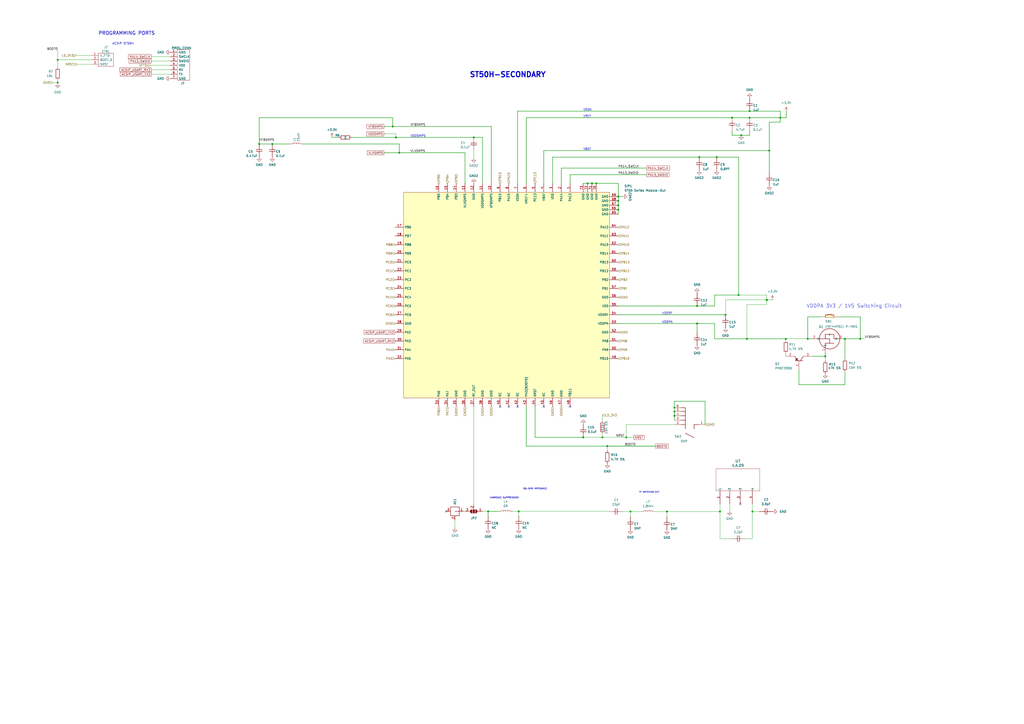
<source format=kicad_sch>
(kicad_sch (version 20231120) (generator "eeschema") (generator_version "8.0")
  (paper "A2")
  (title_block (title "PWX-Schematic_Repo") (date "2024-10-04") (rev "0") (company "Packetworx") (comment 1 "J.Javier"))
  (junction (at 283.1846 296.6494))
  (junction (at 499.0231 196.533))
  (junction (at 274.814 79.7153))
  (junction (at 358.634 121.6253))
  (junction (at 436.4614 296.7337))
  (junction (at 404.354 177.5053))
  (junction (at 446.264 87.3353))
  (junction (at 227.824 73.3653))
  (junction (at 340.854 106.3853))
  (junction (at 231.634 88.6053))
  (junction (at 434.834 64.4753))
  (junction (at 417.6654 296.7238))
  (junction (at 33.4592 34.7314))
  (junction (at 478.7031 206.693))
  (junction (at 300.9095 296.6739))
  (junction (at 468.5431 196.533))
  (junction (at 229.6451 79.7153))
  (junction (at 444.8271 173.9662))
  (junction (at 365.7182 296.729))
  (junction (at 391.2072 238.6412))
  (junction (at 345.934 106.3853))
  (junction (at 490.1331 196.533))
  (junction (at 433.2852 196.5553))
  (junction (at 444.837 173.9662))
  (junction (at 386.8787 296.7238))
  (junction (at 352.284 258.7853))
  (junction (at 429.9702 78.4453))
  (junction (at 358.634 119.0853))
  (junction (at 420.864 182.5853))
  (junction (at 349.4483 253.7053))
  (junction (at 455.8431 196.5553))
  (junction (at 391.2072 236.4809))
  (junction (at 358.634 116.5453))
  (junction (at 343.394 106.3853))
  (junction (at 157.974 83.5253))
  (junction (at 415.784 91.1453))
  (junction (at 452.614 68.2853))
  (junction (at 428.484 171.1553))
  (junction (at 358.634 114.0053))
  (junction (at 434.834 68.2853))
  (junction (at 338.314 253.7053))
  (junction (at 391.2072 241.1812))
  (junction (at 424.674 68.2853))
  (junction (at 363.2775 253.7176))
  (junction (at 150.354 83.5253))
  (junction (at 404.354 187.6653))
  (junction (at 405.624 91.1453))
  (junction (at 33.4592 47.8873))
  (no_connect (at 290.054 235.9253))
  (no_connect (at 315.454 235.9253))
  (no_connect (at 330.694 235.9253))
  (no_connect (at 295.134 235.9253))
  (no_connect (at 300.214 235.9253))
  (no_connect (at 429.451 292.3184))
  (no_connect (at 258.8221 296.6302))
  (wire (pts (xy 358.634 106.3853) (xy 358.634 114.0053)) (stroke (width 0.254)))
  (wire (pts (xy 349.4483 244.0938) (xy 349.4483 240.8336)))
  (wire (pts (xy 420.864 173.9662) (xy 444.8271 173.9662)))
  (wire (pts (xy 476.1631 183.833) (xy 468.5431 183.833)) (stroke (width 0.254)))
  (wire (pts (xy 349.4483 253.7176) (xy 363.2775 253.7176)))
  (wire (pts (xy 444.837 176.6626) (xy 433.2852 176.6626)))
  (wire (pts (xy 229.6451 77.6527) (xy 229.6451 79.7153)))
  (wire (pts (xy 420.864 182.5853) (xy 420.864 173.9662)))
  (wire (pts (xy 424.674 68.2853) (xy 434.834 68.2853)) (stroke (width 0.254)))
  (wire (pts (xy 452.614 70.8253) (xy 446.264 70.8253)) (stroke (width 0.254)))
  (wire (pts (xy 269.734 296.6283) (xy 268.9821 296.6283)))
  (wire (pts (xy 446.264 87.3353) (xy 315.454 87.3353)) (stroke (width 0.254)))
  (wire (pts (xy 391.2072 236.4031) (xy 391.2072 236.4809)))
  (wire (pts (xy 499.0231 196.533) (xy 490.1331 196.533)) (stroke (width 0.254)))
  (wire (pts (xy 30.4546 47.8873) (xy 33.4592 47.8873)))
  (wire (pts (xy 423.2534 296.3956) (xy 423.2195 296.3956)))
  (wire (pts (xy 320.534 106.3853) (xy 320.534 91.1453)) (stroke (width 0.254)))
  (wire (pts (xy 340.854 106.3853) (xy 343.394 106.3853)) (stroke (width 0.254)))
  (wire (pts (xy 446.264 87.3353) (xy 446.264 100.0353)) (stroke (width 0.254)))
  (wire (pts (xy 305.294 68.2853) (xy 424.674 68.2853)) (stroke (width 0.254)))
  (wire (pts (xy 325.614 97.4953) (xy 325.614 106.3853)) (stroke (width 0.254)))
  (wire (pts (xy 53.139 34.7314) (xy 33.4592 34.7314)))
  (wire (pts (xy 499.0231 196.533) (xy 501.5631 196.533)))
  (wire (pts (xy 297.0995 296.6494) (xy 300.9095 296.6494)))
  (wire (pts (xy 468.5431 183.833) (xy 468.5431 196.533)) (stroke (width 0.254)))
  (wire (pts (xy 358.634 114.0053) (xy 361.174 114.0053)) (stroke (width 0.254)))
  (wire (pts (xy 386.8787 296.7238) (xy 417.6654 296.7238)))
  (wire (pts (xy 175.754 83.5253) (xy 231.634 83.5253)) (stroke (width 0.254)))
  (wire (pts (xy 87.7661 43.0252) (xy 98.8607 43.0252)))
  (wire (pts (xy 452.614 64.4753) (xy 452.614 68.2853)) (stroke (width 0.254)))
  (wire (pts (xy 284.974 73.3653) (xy 227.824 73.3653)) (stroke (width 0.254)))
  (wire (pts (xy 192.5727 79.7153) (xy 196.5054 79.7153)) (stroke (width 0.254)))
  (wire (pts (xy 268.9821 296.6283) (xy 268.9821 296.6302)))
  (wire (pts (xy 274.814 91.6632) (xy 274.814 87.3353)))
  (wire (pts (xy 414.514 187.6653) (xy 414.514 196.5553)) (stroke (width 0.254)))
  (wire (pts (xy 349.4483 253.7176) (xy 349.4483 253.7053)))
  (wire (pts (xy 345.934 106.3853) (xy 358.634 106.3853)) (stroke (width 0.254)))
  (wire (pts (xy 490.1331 223.203) (xy 463.4631 223.203)) (stroke (width 0.254)))
  (wire (pts (xy 404.354 187.6653) (xy 414.514 187.6653)) (stroke (width 0.254)))
  (wire (pts (xy 229.6451 79.7153) (xy 274.814 79.7153)) (stroke (width 0.254)))
  (wire (pts (xy 349.4483 240.8336) (xy 349.5098 240.8336)))
  (wire (pts (xy 300.214 106.3853) (xy 300.214 64.4753)) (stroke (width 0.254)))
  (wire (pts (xy 358.634 187.6653) (xy 404.354 187.6653)) (stroke (width 0.254)))
  (wire (pts (xy 338.314 253.7053) (xy 349.4483 253.7053)))
  (wire (pts (xy 414.514 196.5553) (xy 433.2852 196.5553)) (stroke (width 0.254)))
  (wire (pts (xy 358.634 114.0053) (xy 358.634 116.5453)) (stroke (width 0.254)))
  (wire (pts (xy 468.5431 196.533) (xy 455.8431 196.533)))
  (wire (pts (xy 330.694 101.3053) (xy 330.694 106.3853)) (stroke (width 0.254)))
  (wire (pts (xy 222.7265 77.6527) (xy 229.6451 77.6527)))
  (wire (pts (xy 436.4614 312.4779) (xy 432.0923 312.4779)))
  (wire (pts (xy 343.394 106.3853) (xy 345.934 106.3853)) (stroke (width 0.254)))
  (wire (pts (xy 163.054 83.5253) (xy 168.134 83.5253)) (stroke (width 0.25)))
  (wire (pts (xy 33.4592 29.379) (xy 33.4592 34.7314)))
  (wire (pts (xy 391.2072 246.2612) (xy 363.2775 246.2612)))
  (wire (pts (xy 391.2072 236.4809) (xy 391.2072 238.6412)))
  (wire (pts (xy 423.2534 292.2422) (xy 423.2534 296.3956)))
  (wire (pts (xy 53.139 32.1914) (xy 44.1904 32.1914)))
  (wire (pts (xy 424.674 75.9053) (xy 424.674 78.4453)) (stroke (width 0.254)))
  (wire (pts (xy 468.6186 196.533) (xy 468.5431 196.533)))
  (wire (pts (xy 227.824 68.2853) (xy 227.824 73.3653)) (stroke (width 0.254)))
  (wire (pts (xy 33.4592 47.8873) (xy 33.4592 48.3966)))
  (wire (pts (xy 444.837 176.6626) (xy 444.837 173.9662)))
  (wire (pts (xy 434.834 68.2853) (xy 452.614 68.2853)) (stroke (width 0.254)))
  (wire (pts (xy 283.1295 296.6494) (xy 283.1846 296.6494)) (stroke (width 0.254)))
  (wire (pts (xy 446.264 70.8253) (xy 446.264 87.3353)) (stroke (width 0.254)))
  (wire (pts (xy 300.9095 296.6494) (xy 300.9095 296.6739)))
  (wire (pts (xy 415.784 91.1453) (xy 428.484 91.1453)) (stroke (width 0.254)))
  (wire (pts (xy 434.834 78.4453) (xy 434.834 75.9053)) (stroke (width 0.254)))
  (wire (pts (xy 352.284 258.7853) (xy 380.224 258.7853)))
  (wire (pts (xy 424.674 78.4453) (xy 429.9702 78.4453)) (stroke (width 0.254)))
  (wire (pts (xy 358.634 116.5453) (xy 358.634 119.0853)) (stroke (width 0.254)))
  (wire (pts (xy 279.894 106.3853) (xy 279.894 79.7153)) (stroke (width 0.254)))
  (wire (pts (xy 433.2852 196.5553) (xy 455.8431 196.5553)) (stroke (width 0.254)))
  (wire (pts (xy 286.9395 296.6494) (xy 289.4795 296.6494)) (stroke (width 0.25)))
  (wire (pts (xy 269.734 106.3853) (xy 269.734 88.6053)) (stroke (width 0.254)))
  (wire (pts (xy 338.314 253.7053) (xy 310.374 253.7053)) (stroke (width 0.254)))
  (wire (pts (xy 417.6654 296.7238) (xy 417.6654 292.2676)))
  (wire (pts (xy 274.814 235.9253) (xy 274.814 292.8183)))
  (wire (pts (xy 408.9872 232.7329) (xy 408.9872 246.2612)) (stroke (width 0.254)))
  (wire (pts (xy 320.534 91.1453) (xy 405.624 91.1453)) (stroke (width 0.254)))
  (wire (pts (xy 300.9095 296.6739) (xy 300.9095 299.1894)))
  (wire (pts (xy 417.6654 312.4779) (xy 424.4723 312.4779)))
  (wire (pts (xy 363.2775 253.7176) (xy 367.6177 253.7176)))
  (wire (pts (xy 33.4592 46.5791) (xy 33.4592 47.8873)))
  (wire (pts (xy 279.894 79.7153) (xy 274.814 79.7153)) (stroke (width 0.254)))
  (wire (pts (xy 284.974 106.3853) (xy 284.974 73.3653)) (stroke (width 0.254)))
  (wire (pts (xy 87.7537 40.4852) (xy 98.8607 40.4852)))
  (wire (pts (xy 428.484 91.1453) (xy 428.484 171.1553)) (stroke (width 0.254)))
  (wire (pts (xy 404.354 177.5053) (xy 414.514 177.5053)) (stroke (width 0.254)))
  (wire (pts (xy 358.634 177.5053) (xy 404.354 177.5053)) (stroke (width 0.254)))
  (wire (pts (xy 352.284 261.3253) (xy 352.284 258.7853)))
  (wire (pts (xy 204.1254 79.7153) (xy 229.6451 79.7153)) (stroke (width 0.254)))
  (wire (pts (xy 305.294 235.9253) (xy 305.294 258.7853)) (stroke (width 0.254)))
  (wire (pts (xy 157.974 83.5253) (xy 150.354 83.5253)) (stroke (width 0.254)))
  (wire (pts (xy 444.8271 171.1553) (xy 444.8271 173.9662)))
  (wire (pts (xy 414.514 177.5053) (xy 414.514 171.1553)) (stroke (width 0.254)))
  (wire (pts (xy 375.144 101.3053) (xy 330.694 101.3053)) (stroke (width 0.254)))
  (wire (pts (xy 391.2072 236.4809) (xy 391.1718 236.4809)) (stroke (width 0.254)))
  (wire (pts (xy 263.9021 306.2902) (xy 263.9021 301.7102)))
  (wire (pts (xy 231.634 83.5253) (xy 231.634 88.6053)) (stroke (width 0.254)))
  (wire (pts (xy 452.614 68.2853) (xy 456.0918 68.2853)) (stroke (width 0.254)))
  (wire (pts (xy 379.6703 296.7238) (xy 386.8787 296.7238)))
  (wire (pts (xy 429.9702 78.4453) (xy 434.834 78.4453)) (stroke (width 0.254)))
  (wire (pts (xy 463.4631 223.203) (xy 463.4631 214.313)) (stroke (width 0.254)))
  (wire (pts (xy 372.0503 296.729) (xy 372.0503 296.7238)))
  (wire (pts (xy 53.139 37.2714) (xy 44.2264 37.2714)))
  (wire (pts (xy 456.0918 68.2853) (xy 456.0918 64.6122)) (stroke (width 0.254)))
  (wire (pts (xy 150.354 68.2853) (xy 227.824 68.2853)) (stroke (width 0.254)))
  (wire (pts (xy 349.4483 251.7138) (xy 349.4483 253.7053)))
  (wire (pts (xy 310.374 253.7053) (xy 310.374 235.9253)) (stroke (width 0.254)))
  (wire (pts (xy 87.7619 32.8652) (xy 98.8607 32.8652)))
  (wire (pts (xy 283.1295 299.1894) (xy 283.1295 296.6494)) (stroke (width 0.254)))
  (wire (pts (xy 33.4592 34.7314) (xy 33.4592 38.9591)))
  (wire (pts (xy 433.2852 176.6626) (xy 433.2852 196.5553)))
  (wire (pts (xy 414.514 171.1553) (xy 428.484 171.1553)) (stroke (width 0.254)))
  (wire (pts (xy 300.214 64.4753) (xy 434.834 64.4753)) (stroke (width 0.254)))
  (wire (pts (xy 300.9095 296.6739) (xy 353.6276 296.6739)))
  (wire (pts (xy 490.1331 196.533) (xy 490.1331 208.1218)) (stroke (width 0.254)))
  (wire (pts (xy 436.4614 292.2422) (xy 436.4614 296.7337)))
  (wire (pts (xy 363.2775 246.2612) (xy 363.2775 253.7176)))
  (wire (pts (xy 386.8787 296.7238) (xy 386.8787 299.7838)))
  (wire (pts (xy 499.0231 183.833) (xy 499.0231 196.533)) (stroke (width 0.254)))
  (wire (pts (xy 478.7031 206.693) (xy 478.7031 204.153)) (stroke (width 0.254)))
  (wire (pts (xy 444.8271 173.9662) (xy 444.837 173.9662)))
  (wire (pts (xy 358.634 121.6253) (xy 358.634 124.1653)) (stroke (width 0.254)))
  (wire (pts (xy 365.7182 296.729) (xy 372.0503 296.729)))
  (wire (pts (xy 361.2476 296.729) (xy 365.7182 296.729)))
  (wire (pts (xy 353.6276 296.6739) (xy 353.6276 296.729)))
  (wire (pts (xy 455.8431 196.533) (xy 455.8431 196.5553)))
  (wire (pts (xy 375.144 97.4953) (xy 325.614 97.4953)) (stroke (width 0.254)))
  (wire (pts (xy 358.634 119.0853) (xy 358.634 121.6253)) (stroke (width 0.254)))
  (wire (pts (xy 315.454 87.3353) (xy 315.454 106.3853)) (stroke (width 0.254)))
  (wire (pts (xy 486.3231 183.833) (xy 499.0231 183.833)) (stroke (width 0.254)))
  (wire (pts (xy 455.8431 196.5553) (xy 455.8431 196.533)) (stroke (width 0.254)))
  (wire (pts (xy 231.634 88.6053) (xy 222.744 88.6053)) (stroke (width 0.254)))
  (wire (pts (xy 436.4614 296.7337) (xy 440.5715 296.7337)))
  (wire (pts (xy 269.734 88.6053) (xy 231.634 88.6053)) (stroke (width 0.254)))
  (wire (pts (xy 490.1331 215.7418) (xy 490.1331 223.203)) (stroke (width 0.254)))
  (wire (pts (xy 452.614 68.2853) (xy 452.614 70.8253)) (stroke (width 0.254)))
  (wire (pts (xy 391.2072 232.7329) (xy 391.2072 236.4809)) (stroke (width 0.254)))
  (wire (pts (xy 455.8431 205.0576) (xy 455.8431 206.693)))
  (wire (pts (xy 436.4614 296.7337) (xy 436.4614 312.4779)))
  (wire (pts (xy 283.1846 296.6494) (xy 286.9395 296.6494)) (stroke (width 0.254)))
  (wire (pts (xy 365.7182 299.6037) (xy 365.7182 296.729)))
  (wire (pts (xy 87.7438 35.4052) (xy 98.8607 35.4052)))
  (wire (pts (xy 358.634 182.5853) (xy 420.864 182.5853)) (stroke (width 0.254)))
  (wire (pts (xy 33.4592 29.379) (xy 33.5069 29.379)))
  (wire (pts (xy 490.1331 196.533) (xy 488.8631 196.533)) (stroke (width 0.254)))
  (wire (pts (xy 163.054 83.5253) (xy 157.974 83.5253)) (stroke (width 0.254)))
  (wire (pts (xy 338.314 106.3853) (xy 340.854 106.3853)) (stroke (width 0.254)))
  (wire (pts (xy 227.824 73.3653) (xy 222.744 73.3653)) (stroke (width 0.254)))
  (wire (pts (xy 455.8431 196.5553) (xy 455.8431 197.4376)))
  (wire (pts (xy 305.294 106.3853) (xy 305.294 68.2853)) (stroke (width 0.254)))
  (wire (pts (xy 87.2953 37.9452) (xy 98.8607 37.9452)))
  (wire (pts (xy 305.294 258.7853) (xy 352.284 258.7853)) (stroke (width 0.254)))
  (wire (pts (xy 428.484 171.1553) (xy 444.8271 171.1553)))
  (wire (pts (xy 408.9872 232.7329) (xy 391.2072 232.7329)) (stroke (width 0.254)))
  (wire (pts (xy 478.7031 206.693) (xy 478.7031 209.233)))
  (wire (pts (xy 391.2072 243.7212) (xy 391.2072 241.1812)) (stroke (width 0.254)))
  (wire (pts (xy 434.834 64.4753) (xy 452.614 64.4753)) (stroke (width 0.254)))
  (wire (pts (xy 150.354 83.5253) (xy 150.354 68.2853)) (stroke (width 0.254)))
  (wire (pts (xy 279.894 296.6283) (xy 283.1846 296.6283)))
  (wire (pts (xy 417.6654 296.7238) (xy 417.6654 312.4779)))
  (wire (pts (xy 448.1073 173.9662) (xy 448.1073 174.0035)))
  (wire (pts (xy 283.1846 296.6283) (xy 283.1846 296.6494)))
  (wire (pts (xy 468.5431 196.533) (xy 471.0831 196.533)) (stroke (width 0.254)))
  (wire (pts (xy 444.837 173.9662) (xy 448.1073 173.9662)))
  (wire (pts (xy 405.624 91.1453) (xy 415.784 91.1453)) (stroke (width 0.254)))
  (wire (pts (xy 352.284 258.7853) (xy 380.224 258.7853)) (stroke (width 0.254)))
  (wire (pts (xy 471.0831 206.693) (xy 478.7031 206.693)) (stroke (width 0.254)))
  (wire (pts (xy 391.2072 241.1812) (xy 391.2072 238.6412)) (stroke (width 0.254)))
  (wire (pts (xy 404.354 187.6653) (xy 404.354 192.7453)) (stroke (width 0.254)))
  (text "ST50H-SECONDARY" (at 272.3071 45.1695 0) (effects (font (size 3 3) (bold yes)) (justify left bottom)))
  (text "VDDRF" (at 384.034 182.5853 0) (effects (font (size 1.27 1.27)) (justify left bottom)))
  (text "VBAT" (at 338.314 87.3353 0) (effects (font (size 1.27 1.27)) (justify left bottom)))
  (text "ACSIP ST50H" (at 65.0968 26.1124 0) (effects (font (size 1.27 1.27)) (justify left bottom)))
  (text "VDDPA 3V3 / 1V5 Switching Circuit" (at 467.9135 178.8157 0) (effects (font (size 2.032 2.032)) (justify left bottom)))
  (text "VDDSMPS" (at 237.984 79.7153 0) (effects (font (size 1.27 1.27)) (justify left bottom)))
  (text "VDDA" (at 338.314 64.4753 0) (effects (font (size 1.27 1.27)) (justify left bottom)))
  (text "PROGRAMMING PORTS" (at 89.8644 20.5544 0) (effects (font (size 2 2) (thickness 0.254) (bold yes)) (justify right bottom)))
  (text "50-OHM IMPEDANCE" (at 317.483 284.1259 0) (effects (font (size 0.889 0.889)) (justify right bottom)))
  (text "VDDPA" (at 384.034 187.6653 0) (effects (font (size 1.27 1.27)) (justify left bottom)))
  (text "VREF" (at 338.314 68.2853 0) (effects (font (size 1.27 1.27)) (justify left bottom)))
  (text "HARMONIC SUPPRESSION" (at 300.9997 289.3566 0) (effects (font (size 0.889 0.889)) (justify right bottom)))
  (text "PI MATCHING CKT" (at 382.5691 286.1067 0) (effects (font (size 0.889 0.889)) (justify right bottom)))
  (label "BOOT0" (at 33.5069 29.379 180))
  (label "VLXSMPS" (at 237.984 88.6053 0))
  (label "VFBSMPS" (at 150.354 82.1657 0))
  (label "BOOT0" (at 362.444 258.7853 0))
  (label "PA14_SWCLK" (at 358.634 97.4953 0))
  (label "VFBSMPS" (at 237.984 73.3653 0))
  (label "PA13_SWDIO" (at 358.634 101.3053 0))
  (label "NRST" (at 357.2613 253.7176 0))
  (label "VFBSMPS" (at 501.5631 196.533 0))
  (global_label "PA13_SWDIO" (shape passive) (at 87.7438 35.4052 180) (property "Intersheetrefs" "${INTERSHEET_REFS}" (effects (hide yes))))
  (global_label "ACSIP_USART_RX2" (shape passive) (at 229.094 197.8253 180) (property "Intersheetrefs" "${INTERSHEET_REFS}" (effects (hide yes))))
  (global_label "BOOT0" (shape passive) (at 380.224 258.7853 0) (property "Intersheetrefs" "${INTERSHEET_REFS}" (effects (hide yes))))
  (global_label "VDDSMPS" (shape passive) (at 222.7265 77.6527 180) (property "Intersheetrefs" "${INTERSHEET_REFS}" (effects (hide yes))))
  (global_label "PA13_SWDIO" (shape passive) (at 375.144 101.3053 0) (property "Intersheetrefs" "${INTERSHEET_REFS}" (effects (hide yes))))
  (global_label "NRST" (shape passive) (at 367.6177 253.7176 0) (property "Intersheetrefs" "${INTERSHEET_REFS}" (effects (hide yes))))
  (global_label "ACSIP_USART_TX2" (shape passive) (at 87.7661 43.0252 180) (property "Intersheetrefs" "${INTERSHEET_REFS}" (effects (hide yes))))
  (global_label "ACSIP_USART_RX2" (shape passive) (at 87.7537 40.4852 180) (property "Intersheetrefs" "${INTERSHEET_REFS}" (effects (hide yes))))
  (global_label "ACSIP_USART_TX2" (shape passive) (at 229.094 192.7453 180) (property "Intersheetrefs" "${INTERSHEET_REFS}" (effects (hide yes))))
  (global_label "PA14_SWCLK" (shape passive) (at 375.144 97.4953 0) (property "Intersheetrefs" "${INTERSHEET_REFS}" (effects (hide yes))))
  (global_label "PA14_SWCLK" (shape passive) (at 87.7619 32.8652 180) (property "Intersheetrefs" "${INTERSHEET_REFS}" (effects (hide yes))))
  (global_label "VLXSMPS" (shape passive) (at 222.744 88.6053 180) (property "Intersheetrefs" "${INTERSHEET_REFS}" (effects (hide yes))))
  (global_label "VFBSMPS" (shape passive) (at 222.744 73.3653 180) (property "Intersheetrefs" "${INTERSHEET_REFS}" (effects (hide yes))))
  (hierarchical_label "PB8" (shape input) (at 229.094 141.9453 180))
  (hierarchical_label "PB14" (shape input) (at 358.634 147.0253 0))
  (hierarchical_label "NRST" (shape passive) (at 44.2264 37.2714 180))
  (hierarchical_label "PA11" (shape input) (at 358.634 136.8653 0))
  (hierarchical_label "PC0" (shape input) (at 229.094 152.1053 180))
  (hierarchical_label "PB15" (shape input) (at 290.054 106.3853 90))
  (hierarchical_label "PA4" (shape input) (at 229.094 202.9053 180))
  (hierarchical_label "PC6" (shape input) (at 229.094 182.5853 180))
  (hierarchical_label "PA10" (shape input) (at 358.634 141.9453 0))
  (hierarchical_label "PA5" (shape input) (at 229.094 207.9853 180))
  (hierarchical_label "PA6" (shape input) (at 254.494 235.9253 270))
  (hierarchical_label "VFTDI" (shape input) (at 87.2953 37.9452 180))
  (hierarchical_label "GND" (shape input) (at 30.4546 47.8873 180))
  (hierarchical_label "GND" (shape input) (at 279.894 235.9253 270))
  (hierarchical_label "PC4" (shape input) (at 229.094 172.4253 180))
  (hierarchical_label "GND" (shape input) (at 408.9872 246.2612 0))
  (hierarchical_label "GND" (shape input) (at 358.634 172.4253 0))
  (hierarchical_label "PB13" (shape input) (at 358.634 152.1053 0))
  (hierarchical_label "PC1" (shape input) (at 229.094 157.1853 180))
  (hierarchical_label "PC3" (shape input) (at 229.094 167.3453 180))
  (hierarchical_label "PB9" (shape input) (at 229.094 147.0253 180))
  (hierarchical_label "PB12" (shape input) (at 358.634 157.1853 0))
  (hierarchical_label "PA7" (shape input) (at 259.574 235.9253 270))
  (hierarchical_label "GND" (shape input) (at 264.654 235.9253 270))
  (hierarchical_label "PB1" (shape input) (at 358.634 167.3453 0))
  (hierarchical_label "GND" (shape input) (at 269.734 235.9253 270))
  (hierarchical_label "PC5" (shape input) (at 229.094 177.5053 180))
  (hierarchical_label "PA8" (shape input) (at 358.634 197.8253 0))
  (hierarchical_label "GND" (shape input) (at 320.534 235.9253 270))
  (hierarchical_label "PB10" (shape input) (at 358.634 207.9853 0))
  (hierarchical_label "PB2" (shape input) (at 358.634 162.2653 0))
  (hierarchical_label "PC13" (shape input) (at 310.374 106.3853 90))
  (hierarchical_label "PB4" (shape input) (at 259.574 106.3853 90))
  (hierarchical_label "PB3" (shape input) (at 264.654 106.3853 90))
  (hierarchical_label "PA12" (shape input) (at 358.634 131.7853 0))
  (hierarchical_label "GND" (shape input) (at 325.614 235.9253 270))
  (hierarchical_label "LD_3V3" (shape input) (at 44.1904 32.1914 180))
  (hierarchical_label "PB5" (shape input) (at 254.494 106.3853 90))
  (hierarchical_label "PC2" (shape input) (at 229.094 162.2653 180))
  (hierarchical_label "PA9" (shape input) (at 358.634 202.9053 0))
  (hierarchical_label "GND" (shape input) (at 229.094 187.6653 180))
  (hierarchical_label "GND" (shape input) (at 284.974 235.9253 270))
  (hierarchical_label "PA15" (shape input) (at 295.134 106.3853 90))
  (hierarchical_label "GND" (shape input) (at 358.634 192.7453 0))
  (hierarchical_label "LD_3V3" (shape input) (at 349.5098 240.8336 0))
  (symbol (lib_id "EK-ST50_SCH_V03-01-altium-import:1_mirrored_P-Channel-MOS") (at 478.7031 201.613 0) (unit 1)
    (property "Reference" "Q1" (at 474.8931 190.183 0) (effects (justify left bottom)))
    (property "Value" "EMF44P02J P-MOS" (at 478.7031 190.183 0) (effects (justify left bottom)))
    (property "Footprint" "Package_TO_SOT_SMD:SOT-23" (effects (hide yes)))
    (property "Datasheet" "https://www.diodes.com/assets/Datasheets/ds31440.pdf" (effects (hide yes)))
    (property "Manufacturer_Name" "Diodes Incorporated" (effects (hide yes)))
    (property "Manufacturer_Part_Number" "DMP2123L-7" (effects (hide yes)))
    (property "Price" "23.47000" (effects (hide yes)))
    (property "Purchase-URL" "https://www.digikey.ph/en/products/detail/diodes-incorporated/DMP2123L-7/1964692" (effects (hide yes)))
    (property "LCSC" "C127273" (effects (hide yes)))
    (instances (project "ST50H-Breakout-Board" (path "" (reference "Q1") (unit 1))) (project "PWX-Schematic Repo" (path "" (reference "Q?") (unit 1))) (project "packetRFMS" (path "" (reference "Q2") (unit 1))))
  )
  (symbol (lib_id "Device:R") (at 200.3154 79.7153 90) (unit 1)
    (property "Reference" "R6" (at 195.8061 78.5124 90))
    (property "Value" "0" (at 200.3377 79.8551 90))
    (property "Footprint" "Resistor_SMD:R_0603_1608Metric" (effects (hide yes)))
    (property "Datasheet" "https://www.seielect.com/Catalog/SEI-RMCF_RMCP.pdf" (effects (hide yes)))
    (property "Manufacturer_Name" "Stackpole Electronics Inc" (effects (hide yes)))
    (property "Manufacturer_Part_Number" "RMCF0603ZT0R00" (effects (hide yes)))
    (property "Price" "5.46000" (effects (hide yes)))
    (property "Purchase-URL" "https://www.digikey.ph/en/products/detail/stackpole-electronics-inc/RMCF0603ZT0R00/1756908" (effects (hide yes)))
    (property "LCSC" "C21189" (effects (hide yes)))
    (instances (project "ST50H-Breakout-Board" (path "" (reference "R6") (unit 1))) (project "PWX-Schematic Repo" (path "" (reference "R?") (unit 1))) (project "packetRFMS" (path "" (reference "R72") (unit 1))))
  )
  (symbol (lib_id "power:+3.3V") (at 448.1073 174.0035 0) (unit 1)
    (property "Reference" "#PWR037" (effects (hide yes)))
    (property "Value" "+3.3V" (at 448.1073 169.0259 0))
    (property "Description" "Power symbol creates a global label with name \"+3.3V\"" (effects (hide yes)))
  )
  (symbol (lib_id "EK-ST50_SCH_V03-01-altium-import:3_CAP") (at 434.834 56.8553 0) (unit 1)
    (property "Reference" "C1" (at 436.866 61.9353 0) (effects (justify left bottom)))
    (property "Value" "1uF" (at 436.866 64.4753 0) (effects (justify left bottom)))
    (property "Footprint" "Packetworx Footprints:100nF_0603" (effects (hide yes)))
    (property "Datasheet" "https://product.tdk.com/en/system/files?file=dam/doc/product/capacitor/ceramic/mlcc/specification/mlccspec_commercial_lowprofile_en.pdf" (effects (hide yes)))
    (property "Manufacturer_Name" "TDK Corporation" (effects (hide yes)))
    (property "Manufacturer_Part_Number" "CGB3B3JB1C105M055AB" (effects (hide yes)))
    (property "Price" "9.82000" (effects (hide yes)))
    (property "Purchase-URL" "https://www.digikey.ph/en/products/detail/tdk-corporation/CGB3B3JB1C105M055AB/3950471" (effects (hide yes)))
    (property "LCSC" "C1592" (effects (hide yes)))
    (instances (project "ST50H-Breakout-Board" (path "" (reference "C1") (unit 1))) (project "ST50H-Mini-Board" (path "" (reference "C1") (unit 1))) (project "PWX-Schematic Repo" (path "" (reference "C?") (unit 1))) (project "packetRFMS" (path "" (reference "C80") (unit 1))))
  )
  (symbol (lib_id "Device:L") (at 293.2895 296.6494 90) (unit 1)
    (property "Reference" "L4" (at 293.2895 290.9856 90))
    (property "Value" "0R" (at 293.2895 293.5256 90))
    (property "Footprint" "Inductor_SMD:L_0402_1005Metric" (effects (hide yes)))
    (property "Datasheet" "https://search.murata.co.jp/Ceramy/image/img/P02/JELF243B-0002.pdf" (effects (hide yes)))
    (property "Manufacturer_Name" "Murata Electronics" (effects (hide yes)))
    (property "Manufacturer_Part_Number" "LQW15AN8N2G00D" (effects (hide yes)))
    (property "Price" "11.46000" (effects (hide yes)))
    (property "Purchase-URL" "https://www.digikey.ph/en/products/detail/murata-electronics/LQG18HN12NJ00D/2594255" (effects (hide yes)))
    (instances (project "ST50H-Breakout-Board" (path "" (reference "L4") (unit 1))) (project "ST50H-Mini-Board" (path "" (reference "L4") (unit 1))) (project "PWX-Schematic Repo" (path "" (reference "L?") (unit 1))) (project "packetRFMS" (path "" (reference "L6") (unit 1))))
  )
  (symbol (lib_id "Device:L") (at 375.8603 296.7238 90) (unit 1)
    (property "Reference" "L?" (at 375.8603 291.06 90))
    (property "Value" "1.8mH" (at 375.8603 293.6 90))
    (property "Footprint" "Inductor_SMD:L_0402_1005Metric" (effects (hide yes)))
    (property "Datasheet" "https://search.murata.co.jp/Ceramy/image/img/P02/JELF243B-0002.pdf" (effects (hide yes)))
    (property "Manufacturer_Name" "Murata Electronics" (effects (hide yes)))
    (property "Manufacturer_Part_Number" "LQW15AN8N2G00D" (effects (hide yes)))
    (property "Price" "11.46000" (effects (hide yes)))
    (property "Purchase-URL" "https://www.digikey.ph/en/products/detail/murata-electronics/LQG18HN12NJ00D/2594255" (effects (hide yes)))
    (instances (project "PWX-Schematic Repo" (path "" (reference "L?") (unit 1))) (project "packetRFMS" (path "" (reference "L7") (unit 1))))
  )
  (symbol (lib_id "EK-ST50_SCH_V03-01-altium-import:1_CAP") (at 432.0923 312.4779 90) (unit 1)
    (property "Reference" "C?" (at 428.2823 306.1048 90))
    (property "Value" "2.2pF" (at 428.2823 308.6448 90))
    (property "Footprint" "Footprints:C_0603_1608Metric" (effects (hide yes)))
    (property "Datasheet" "https://media.digikey.com/pdf/Data%20Sheets/Samsung%20PDFs/CL10C3R3CB81PNC_Spec.pdf" (effects (hide yes)))
    (property "Manufacturer_Name" "Samsung Electro-Mechanics" (effects (hide yes)))
    (property "Manufacturer_Part_Number" "CL10C3R3CB81PNC" (effects (hide yes)))
    (property "Price" "5.46000" (effects (hide yes)))
    (property "Purchase-URL" "https://www.digikey.ph/en/products/detail/samsung-electro-mechanics/CL10C3R3CB81PNC/5961033" (effects (hide yes)))
    (instances (project "PWX-Schematic Repo" (path "" (reference "C?") (unit 1))) (project "packetRFMS" (path "" (reference "C78") (unit 1))))
  )
  (symbol (lib_id "power:GND2") (at 274.814 106.3853 180) (unit 1)
    (property "Reference" "#PWR?" (effects (hide yes)))
    (property "Value" "GND2" (at 274.8309 102.0006 0))
    (instances (project "PWX-Schematic Repo" (path "" (reference "#PWR?") (unit 1))) (project "packetRFMS" (path "" (reference "#PWR0145") (unit 1))))
  )
  (symbol (lib_id "power:GND") (at 300.9095 306.8094 0) (unit 1)
    (property "Reference" "#PWR040" (effects (hide yes)))
    (property "Value" "GND" (at 300.9095 311.2416 0))
    (property "Description" "Power symbol creates a global label with name \"GND\" , ground" (effects (hide yes)))
  )
  (symbol (lib_id "power:GND") (at 98.8607 45.5652 270) (unit 1)
    (property "Reference" "#PWR056" (effects (hide yes)))
    (property "Value" "GND" (at 95.25 45.5651 90) (effects (justify right)))
    (property "Description" "Power symbol creates a global label with name \"GND\" , ground" (effects (hide yes)))
  )
  (symbol (lib_id "power:GND") (at 448.1915 296.7337 90) (unit 1)
    (property "Reference" "#PWR054" (effects (hide yes)))
    (property "Value" "GND" (at 452.12 296.7336 90) (effects (justify right)))
    (property "Description" "Power symbol creates a global label with name \"GND\" , ground" (effects (hide yes)))
  )
  (symbol (lib_id "power:GND") (at 338.314 246.0853 180) (unit 1)
    (property "Reference" "#PWR026" (effects (hide yes)))
    (property "Value" "GND" (at 338.314 241.2901 0))
    (property "Description" "Power symbol creates a global label with name \"GND\" , ground" (effects (hide yes)))
  )
  (symbol (lib_id "EK-ST50_SCH_V03-01-altium-import:1_CAP") (at 404.354 200.3653 0) (unit 1)
    (property "Reference" "C14" (at 406.386 197.8253 0) (effects (justify left bottom)))
    (property "Value" "1uF" (at 406.386 200.3653 0) (effects (justify left bottom)))
    (property "Footprint" "Packetworx Footprints:100nF_0603" (effects (hide yes)))
    (property "Datasheet" "https://product.tdk.com/en/system/files?file=dam/doc/product/capacitor/ceramic/mlcc/specification/mlccspec_commercial_lowprofile_en.pdf" (effects (hide yes)))
    (property "Manufacturer_Name" "TDK Corporation" (effects (hide yes)))
    (property "Manufacturer_Part_Number" "CGB3B3JB1C105M055AB" (effects (hide yes)))
    (property "Price" "9.82000" (effects (hide yes)))
    (property "Purchase-URL" "https://www.digikey.ph/en/products/detail/tdk-corporation/CGB3B3JB1C105M055AB/3950471" (effects (hide yes)))
    (property "LCSC" "C1592" (effects (hide yes)))
    (instances (project "ST50H-Breakout-Board" (path "" (reference "C14") (unit 1))) (project "ST50H-Mini-Board" (path "" (reference "C14") (unit 1))) (project "PWX-Schematic Repo" (path "" (reference "C?") (unit 1))) (project "packetRFMS" (path "" (reference "C67") (unit 1))))
  )
  (symbol (lib_id "power:GND2") (at 415.784 98.7653 0) (unit 1)
    (property "Reference" "#PWR?" (effects (hide yes)))
    (property "Value" "GND2" (at 415.7671 103.15 0))
    (instances (project "PWX-Schematic Repo" (path "" (reference "#PWR?") (unit 1))) (project "packetRFMS" (path "" (reference "#PWR0168") (unit 1))))
  )
  (symbol (lib_id "EK-ST50_SCH_V03-01-altium-import:1_CAP") (at 274.814 87.3353 0) (unit 1)
    (property "Reference" "C4" (at 267.194 83.5253 0) (effects (justify left bottom)))
    (property "Value" "0.1uF" (at 267.194 86.0653 0) (effects (justify left bottom)))
    (property "Footprint" "Packetworx Footprints:100nF_0603" (effects (hide yes)))
    (property "Datasheet" "https://connect.kemet.com:7667/gateway/IntelliData-ComponentDocumentation/1.0/download/datasheet/C0603C104J4RACTU" (effects (hide yes)))
    (property "Manufacturer_Name" "KEMET" (effects (hide yes)))
    (property "Manufacturer_Part_Number" "C0603C104J4RAC7867" (effects (hide yes)))
    (property "Price" "6.55000" (effects (hide yes)))
    (property "Purchase-URL" "https://www.digikey.ph/en/products/detail/kemet/C0603C104J4RAC7867/411096" (effects (hide yes)))
    (instances (project "ST50H-Breakout-Board" (path "" (reference "C4") (unit 1))) (project "ST50H-Mini-Board" (path "" (reference "C4") (unit 1))) (project "PWX-Schematic Repo" (path "" (reference "C?") (unit 1))) (project "packetRFMS" (path "" (reference "C56") (unit 1))))
  )
  (symbol (lib_id "EK-ST50_SCH_V03-01-altium-import:1_PNP") (at 460.9231 209.233 0) (unit 1)
    (property "Reference" "Q2" (at 449.4931 211.773 0) (effects (justify left bottom)))
    (property "Value" "PMBT3906" (at 449.4931 214.313 0) (effects (justify left bottom)))
    (property "Footprint" "Package_TO_SOT_SMD:SOT-23" (effects (hide yes)))
    (property "Datasheet" "https://assets.nexperia.com/documents/data-sheet/PMBT3906.pdf" (effects (hide yes)))
    (property "Manufacturer_Name" "Nexperia USA Inc." (effects (hide yes)))
    (property "Manufacturer_Part_Number" "PMBT3906,235" (effects (hide yes)))
    (property "Price" "7.09000" (effects (hide yes)))
    (property "Purchase-URL" "https://www.digikey.ph/en/products/detail/nexperia-usa-inc/PMBT3906-235/1157638" (effects (hide yes)))
    (property "LCSC" "C8670" (effects (hide yes)))
    (instances (project "ST50H-Breakout-Board" (path "" (reference "Q2") (unit 1))) (project "PWX-Schematic Repo" (path "" (reference "Q?") (unit 1))) (project "packetRFMS" (path "" (reference "Q1") (unit 1))))
  )
  (symbol (lib_id "EK-ST50_SCH_V03-01-altium-import:1_CAP") (at 404.354 177.5053 0) (unit 1)
    (property "Reference" "C12" (at 406.386 174.9653 0) (effects (justify left bottom)))
    (property "Value" "1uF" (at 406.386 177.5053 0) (effects (justify left bottom)))
    (property "Footprint" "Packetworx Footprints:100nF_0603" (effects (hide yes)))
    (property "Datasheet" "https://product.tdk.com/en/system/files?file=dam/doc/product/capacitor/ceramic/mlcc/specification/mlccspec_commercial_lowprofile_en.pdf" (effects (hide yes)))
    (property "Manufacturer_Name" "TDK Corporation" (effects (hide yes)))
    (property "Manufacturer_Part_Number" "CGB3B3JB1C105M055AB" (effects (hide yes)))
    (property "Price" "9.82000" (effects (hide yes)))
    (property "Purchase-URL" "https://www.digikey.ph/en/products/detail/tdk-corporation/CGB3B3JB1C105M055AB/3950471" (effects (hide yes)))
    (property "LCSC" "C1592" (effects (hide yes)))
    (instances (project "ST50H-Breakout-Board" (path "" (reference "C12") (unit 1))) (project "ST50H-Mini-Board" (path "" (reference "C12") (unit 1))) (project "PWX-Schematic Repo" (path "" (reference "C?") (unit 1))) (project "packetRFMS" (path "" (reference "C66") (unit 1))))
  )
  (symbol (lib_id "Packetworx_Symbols:FTDI_CONN") (at 102.6707 46.8352 0) (mirror y) (unit 1)
    (property "Reference" "J?" (at 105.9389 48.3036 0))
    (property "Value" "PROG_CONN" (at 105.2602 27.8894 0))
    (property "Footprint" "Connector_PinHeader_2.54mm:PinHeader_1x07_P2.54mm_Vertical" (effects (hide yes)))
    (instances (project "PWX-Schematic Repo" (path "" (reference "J?") (unit 1))) (project "packetRFMS" (path "" (reference "J11") (unit 1))))
  )
  (symbol (lib_id "power:GND") (at 478.7031 216.853 0) (unit 1)
    (property "Reference" "#PWR030" (effects (hide yes)))
    (property "Value" "GND" (at 478.7031 221.2852 0))
    (property "Description" "Power symbol creates a global label with name \"GND\" , ground" (effects (hide yes)))
  )
  (symbol (lib_id "EK-ST50_SCH_V03-01-altium-import:1_CAP") (at 150.354 91.1453 0) (unit 1)
    (property "Reference" "C5" (at 144.004 88.6053 0) (effects (justify left bottom)))
    (property "Value" "0.47uF" (at 142.734 91.1453 0) (effects (justify left bottom)))
    (property "Footprint" "Packetworx Footprints:100nF_0603" (effects (hide yes)))
    (property "Datasheet" "http://www.passivecomponent.com/wp-content/uploads/datasheet/WTC_MLCC_General_Purpose.pdf" (effects (hide yes)))
    (property "Manufacturer_Name" "Walsin Technology Corporation" (effects (hide yes)))
    (property "Manufacturer_Part_Number" "0603B474K160CT" (effects (hide yes)))
    (property "Price" "5.46000" (effects (hide yes)))
    (property "Purchase-URL" "https://www.digikey.ph/en/products/detail/walsin-technology-corporation/0603B474K160CT/9354948" (effects (hide yes)))
    (property "LCSC" "C513577" (effects (hide yes)))
    (instances (project "ST50H-Breakout-Board" (path "" (reference "C5") (unit 1))) (project "ST50H-Mini-Board" (path "" (reference "C5") (unit 1))) (project "PWX-Schematic Repo" (path "" (reference "C?") (unit 1))) (project "packetRFMS" (path "" (reference "C51") (unit 1))))
  )
  (symbol (lib_id "Device:R") (at 352.284 265.1353 0) (unit 1)
    (property "Reference" "R15" (at 354.33 263.8652 0) (effects (justify left)))
    (property "Value" "4.7K 5%" (at 354.33 266.4052 0) (effects (justify left)))
    (property "Footprint" "Packetworx Footprints:10K(0603)" (effects (hide yes)))
    (property "Datasheet" "https://www.yageo.com/upload/media/product/productsearch/datasheet/rchip/PYu-RC_Group_51_RoHS_L_12.pdf" (effects (hide yes)))
    (property "Manufacturer_Name" "YAGEO" (effects (hide yes)))
    (property "Manufacturer_Part_Number" "RC0603FR-074K7L" (effects (hide yes)))
    (property "Price" "5.46000" (effects (hide yes)))
    (property "Purchase-URL" "https://www.digikey.ph/en/products/detail/yageo/RC0603FR-074K7L/727212" (effects (hide yes)))
    (property "LCSC" "C105428" (effects (hide yes)))
    (instances (project "ST50H-Breakout-Board" (path "" (reference "R15") (unit 1))) (project "ST50H-Mini-Board" (path "" (reference "R15") (unit 1))) (project "PWX-Schematic Repo" (path "" (reference "R?") (unit 1))) (project "packetRFMS" (path "" (reference "R78") (unit 1))))
  )
  (symbol (lib_id "power:GND") (at 434.834 56.8553 180) (unit 1)
    (property "Reference" "#PWR035" (effects (hide yes)))
    (property "Value" "GND" (at 434.834 52.07 0))
    (property "Description" "Power symbol creates a global label with name \"GND\" , ground" (effects (hide yes)))
  )
  (symbol (lib_id "Device:L") (at 171.944 83.5253 90) (unit 1)
    (property "Reference" "L1" (at 170.7756 82.1791 0) (effects (justify left)))
    (property "Value" "15uH" (at 173.087 82.1791 0) (effects (justify left)))
    (property "Footprint" "Packetworx Footprints:100nF_0603" (effects (hide yes)))
    (property "Datasheet" "https://product.tdk.com/en/system/files?file=dam/doc/product/inductor/inductor/smd/catalog/inductor_commercial_standard_mlf1608_en.pdf" (effects (hide yes)))
    (property "Manufacturer_Name" "TDK Corporation" (effects (hide yes)))
    (property "Manufacturer_Part_Number" "MLF1608C150MTA00" (effects (hide yes)))
    (property "Price" "8.73000" (effects (hide yes)))
    (property "Purchase-URL" "https://www.digikey.ph/en/products/detail/tdk-corporation/MLF1608C150MTA00/2464988" (effects (hide yes)))
    (property "LCSC" "C57838" (effects (hide yes)))
    (instances (project "ST50H-Breakout-Board" (path "" (reference "L1") (unit 1))) (project "ST50H-Mini-Board" (path "" (reference "L1") (unit 1))) (project "PWX-Schematic Repo" (path "" (reference "L?") (unit 1))) (project "packetRFMS" (path "" (reference "L4") (unit 1))))
  )
  (symbol (lib_id "power:GND") (at 157.974 91.1453 0) (unit 1)
    (property "Reference" "#PWR033" (effects (hide yes)))
    (property "Value" "GND" (at 157.974 95.5775 0))
    (property "Description" "Power symbol creates a global label with name \"GND\" , ground" (effects (hide yes)))
  )
  (symbol (lib_id "power:GND") (at 263.9021 306.2902 0) (unit 1)
    (property "Reference" "#PWR038" (effects (hide yes)))
    (property "Value" "GND" (at 263.9021 310.7224 0))
    (property "Description" "Power symbol creates a global label with name \"GND\" , ground" (effects (hide yes)))
  )
  (symbol (lib_id "Device:R") (at 478.7031 213.043 0) (unit 1)
    (property "Reference" "R13" (at 480.7561 212.0607 0) (effects (justify left bottom)))
    (property "Value" "47K 5%" (at 480.3264 214.2091 0) (effects (justify left bottom)))
    (property "Footprint" "Resistor_SMD:R_0603_1608Metric" (effects (hide yes)))
    (property "Datasheet" "https://www.yageo.com/upload/media/product/productsearch/datasheet/rchip/PYu-RC_Group_51_RoHS_L_12.pdf" (effects (hide yes)))
    (property "Manufacturer_Name" "YAGEO" (effects (hide yes)))
    (property "Manufacturer_Part_Number" "RC0603FR-1347KL" (effects (hide yes)))
    (property "Price" "5.46000" (effects (hide yes)))
    (property "Purchase-URL" "https://www.digikey.ph/en/products/detail/yageo/RC0603FR-1347KL/13694178" (effects (hide yes)))
    (property "LCSC" "C105579" (effects (hide yes)))
    (instances (project "ST50H-Breakout-Board" (path "" (reference "R13") (unit 1))) (project "PWX-Schematic Repo" (path "" (reference "R?") (unit 1))) (project "packetRFMS" (path "" (reference "R80") (unit 1))))
  )
  (symbol (lib_id "power:GND2") (at 274.814 91.6632 0) (unit 1)
    (property "Reference" "#PWR?" (effects (hide yes)))
    (property "Value" "GND2" (at 274.7971 96.0479 0))
    (instances (project "PWX-Schematic Repo" (path "" (reference "#PWR?") (unit 1))) (project "packetRFMS" (path "" (reference "#PWR0144") (unit 1))))
  )
  (symbol (lib_id "power:GND") (at 420.864 190.2053 0) (unit 1)
    (property "Reference" "#PWR031" (effects (hide yes)))
    (property "Value" "GND" (at 420.864 194.6375 0))
    (property "Description" "Power symbol creates a global label with name \"GND\" , ground" (effects (hide yes)))
  )
  (symbol (lib_id "power:GND2") (at 446.264 107.6553 0) (unit 1)
    (property "Reference" "#PWR?" (effects (hide yes)))
    (property "Value" "GND2" (at 446.2471 112.04 0))
    (instances (project "PWX-Schematic Repo" (path "" (reference "#PWR?") (unit 1))) (project "packetRFMS" (path "" (reference "#PWR0179") (unit 1))))
  )
  (symbol (lib_id "ILA 09:ILA.08") (at 407.7086 276.9768 0) (unit 1)
    (property "Reference" "U?" (at 428.0286 267.4617 0) (effects (font (size 1.524 1.524))))
    (property "Value" "ILA.09" (at 428.0286 270.0017 0) (effects (font (size 1.524 1.524))))
    (property "Footprint" "footprints:ILA.09" (effects (hide yes)))
    (property "Datasheet" "https://www.taoglas.com/datasheets/ILA.09.pdf" (effects (hide yes)))
    (instances (project "PWX-Schematic Repo" (path "" (reference "U?") (unit 1))) (project "packetRFMS" (path "" (reference "U14") (unit 1))))
  )
  (symbol (lib_id "EK-ST50_SCH_V03-01-altium-import:0_S50H_Module out") (at 292.594 169.8853 0) (unit 1)
    (property "Reference" "SIP1" (at 362.19 108.6713 0) (effects (justify left bottom)))
    (property "Value" "ST50 Series Module-Out" (at 362.19 111.2113 0) (effects (justify left bottom)))
    (property "Footprint" "ST50H:ACSIP ST50H" (effects (hide yes)))
    (instances (project "ST50H-Breakout-Board" (path "" (reference "SIP1") (unit 1))) (project "ST50H-Mini-Board" (path "" (reference "SIP1") (unit 1))) (project "PWX-Schematic Repo" (path "" (reference "SIP?") (unit 1))) (project "packetRFMS" (path "" (reference "SIP1") (unit 1))))
  )
  (symbol (lib_id "EK-ST50_SCH_V03-01-altium-import:1_CAP") (at 300.9095 306.8094 0) (unit 1)
    (property "Reference" "C19" (at 302.9415 304.2694 0) (effects (justify left bottom)))
    (property "Value" "NC" (at 302.9415 306.8094 0) (effects (justify left bottom)))
    (property "Footprint" "Packetworx Symbol&Footprints:C_0603_1608Metric" (effects (hide yes)))
    (property "Datasheet" "https://media.digikey.com/pdf/Data%20Sheets/Samsung%20PDFs/CL10C3R3CB81PNC_Spec.pdf" (effects (hide yes)))
    (property "Manufacturer_Name" "YAGEO" (effects (hide yes)))
    (property "Manufacturer_Part_Number" "CC0603CRNPO0BN3R3" (effects (hide yes)))
    (property "Price" "5.46000" (effects (hide yes)))
    (property "Purchase-URL" "https://www.digikey.ph/en/products/detail/samsung-electro-mechanics/CL10C3R3CB81PNC/5961033" (effects (hide yes)))
    (property "LCSC " "C527036" (effects (hide yes)))
    (instances (project "ST50H-Breakout-Board" (path "" (reference "C19") (unit 1))) (project "ST50H-Mini-Board" (path "" (reference "C19") (unit 1))) (project "PWX-Schematic Repo" (path "" (reference "C?") (unit 1))) (project "packetRFMS" (path "" (reference "C58") (unit 1))))
  )
  (symbol (lib_id "EK-ST50_SCH_V03-01-altium-import:1_CAP") (at 420.864 190.2053 0) (unit 1)
    (property "Reference" "C13" (at 422.896 187.6653 0) (effects (justify left bottom)))
    (property "Value" "1uF" (at 422.896 190.2053 0) (effects (justify left bottom)))
    (property "Footprint" "Packetworx Footprints:100nF_0603" (effects (hide yes)))
    (property "Datasheet" "https://product.tdk.com/en/system/files?file=dam/doc/product/capacitor/ceramic/mlcc/specification/mlccspec_commercial_lowprofile_en.pdf" (effects (hide yes)))
    (property "Manufacturer_Name" "TDK Corporation" (effects (hide yes)))
    (property "Manufacturer_Part_Number" "CGB3B3JB1C105M055AB" (effects (hide yes)))
    (property "Price" "9.82000" (effects (hide yes)))
    (property "Purchase-URL" "https://www.digikey.ph/en/products/detail/tdk-corporation/CGB3B3JB1C105M055AB/3950471" (effects (hide yes)))
    (property "LCSC" "C1592" (effects (hide yes)))
    (instances (project "ST50H-Breakout-Board" (path "" (reference "C13") (unit 1))) (project "ST50H-Mini-Board" (path "" (reference "C13") (unit 1))) (project "PWX-Schematic Repo" (path "" (reference "C?") (unit 1))) (project "packetRFMS" (path "" (reference "C72") (unit 1))))
  )
  (symbol (lib_id "power:+3.3V") (at 192.5727 79.7153 0) (unit 1)
    (property "Reference" "#PWR055" (effects (hide yes)))
    (property "Value" "+3.3V" (at 192.5727 75.2719 0))
    (property "Description" "Power symbol creates a global label with name \"+3.3V\"" (effects (hide yes)))
  )
  (symbol (lib_id "EK-ST50_SCH_V03-01-altium-import:1_CAP") (at 338.314 253.7053 0) (unit 1)
    (property "Reference" "C15" (at 340.854 248.6253 0) (effects (justify left bottom)))
    (property "Value" "0.1uF" (at 340.854 251.1653 0) (effects (justify left bottom)))
    (property "Footprint" "Packetworx Footprints:100nF_0603" (effects (hide yes)))
    (property "Datasheet" "https://connect.kemet.com:7667/gateway/IntelliData-ComponentDocumentation/1.0/download/datasheet/C0603C104J4RACTU" (effects (hide yes)))
    (property "Manufacturer_Name" "KEMET" (effects (hide yes)))
    (property "Manufacturer_Part_Number" "C0603C104J4RAC7867" (effects (hide yes)))
    (property "Price" "6.55000" (effects (hide yes)))
    (property "Purchase-URL" "https://www.digikey.ph/en/products/detail/kemet/C0603C104J4RAC7867/411096" (effects (hide yes)))
    (property "LCSC" "C14663" (effects (hide yes)))
    (instances (project "ST50H-Breakout-Board" (path "" (reference "C15") (unit 1))) (project "ST50H-Mini-Board" (path "" (reference "C15") (unit 1))) (project "PWX-Schematic Repo" (path "" (reference "C?") (unit 1))) (project "packetRFMS" (path "" (reference "C59") (unit 1))))
  )
  (symbol (lib_id "power:GND2") (at 405.624 98.7653 0) (unit 1)
    (property "Reference" "#PWR?" (effects (hide yes)))
    (property "Value" "GND2" (at 405.6071 103.15 0))
    (instances (project "PWX-Schematic Repo" (path "" (reference "#PWR?") (unit 1))) (project "packetRFMS" (path "" (reference "#PWR0164") (unit 1))))
  )
  (symbol (lib_id "EK-ST50_SCH_V03-01-altium-import:1_CAP") (at 157.974 91.1453 0) (unit 1)
    (property "Reference" "C6" (at 160.006 88.6053 0) (effects (justify left bottom)))
    (property "Value" "0.1uF" (at 160.006 91.1453 0) (effects (justify left bottom)))
    (property "Footprint" "Packetworx Footprints:100nF_0603" (effects (hide yes)))
    (property "Datasheet" "https://connect.kemet.com:7667/gateway/IntelliData-ComponentDocumentation/1.0/download/datasheet/C0603C104J4RACTU" (effects (hide yes)))
    (property "Manufacturer_Name" "KEMET" (effects (hide yes)))
    (property "Manufacturer_Part_Number" "C0603C104J4RAC7867" (effects (hide yes)))
    (property "Price" "6.55000" (effects (hide yes)))
    (property "Purchase-URL" "https://www.digikey.ph/en/products/detail/kemet/C0603C104J4RAC7867/411096" (effects (hide yes)))
    (property "LCSC" "C14663" (effects (hide yes)))
    (instances (project "ST50H-Breakout-Board" (path "" (reference "C6") (unit 1))) (project "ST50H-Mini-Board" (path "" (reference "C6") (unit 1))) (project "PWX-Schematic Repo" (path "" (reference "C?") (unit 1))) (project "packetRFMS" (path "" (reference "C52") (unit 1))))
  )
  (symbol (lib_id "EK-ST50_SCH_V03-01-altium-import:1_CAP") (at 283.1295 306.8094 0) (unit 1)
    (property "Reference" "C18" (at 285.1615 304.2694 0) (effects (justify left bottom)))
    (property "Value" "NC" (at 285.1615 306.8094 0) (effects (justify left bottom)))
    (property "Footprint" "Packetworx Symbol&Footprints:C_0603_1608Metric" (effects (hide yes)))
    (property "Datasheet" "https://datasheets.kyocera-avx.com/C0GNP0-KGM.pdf" (effects (hide yes)))
    (property "Manufacturer_Name" "YAGEO" (effects (hide yes)))
    (property "Manufacturer_Part_Number" "CC0603CRNPO0BN3R3" (effects (hide yes)))
    (property "Price" "8.19000" (effects (hide yes)))
    (property "Purchase-URL" "https://www.digikey.ph/en/products/detail/kyocera-avx/KGM15ACG1H0R5CT/563260" (effects (hide yes)))
    (property "LCSC" "C527036" (effects (hide yes)))
    (instances (project "ST50H-Breakout-Board" (path "" (reference "C18") (unit 1))) (project "ST50H-Mini-Board" (path "" (reference "C18") (unit 1))) (project "PWX-Schematic Repo" (path "" (reference "C?") (unit 1))) (project "packetRFMS" (path "" (reference "C57") (unit 1))))
  )
  (symbol (lib_id "EK-ST50_SCH_V03-01-altium-import:1_CAP") (at 448.1915 296.7337 90) (unit 1)
    (property "Reference" "C?" (at 444.3815 289.8276 90))
    (property "Value" "3.9pF" (at 444.3815 292.3676 90))
    (property "Footprint" "Footprints:C_0603_1608Metric" (effects (hide yes)))
    (property "Datasheet" "https://media.digikey.com/pdf/Data%20Sheets/Samsung%20PDFs/CL10C3R3CB81PNC_Spec.pdf" (effects (hide yes)))
    (property "Manufacturer_Name" "Samsung Electro-Mechanics" (effects (hide yes)))
    (property "Manufacturer_Part_Number" "CL10C3R3CB81PNC" (effects (hide yes)))
    (property "Price" "5.46000" (effects (hide yes)))
    (property "Purchase-URL" "https://www.digikey.ph/en/products/detail/samsung-electro-mechanics/CL10C3R3CB81PNC/5961033" (effects (hide yes)))
    (instances (project "PWX-Schematic Repo" (path "" (reference "C?") (unit 1))) (project "packetRFMS" (path "" (reference "C85") (unit 1))))
  )
  (symbol (lib_id "power:GND") (at 423.2195 296.3956 0) (unit 1)
    (property "Reference" "#PWR053" (effects (hide yes)))
    (property "Value" "GND" (at 423.2195 300.8278 0))
    (property "Description" "Power symbol creates a global label with name \"GND\" , ground" (effects (hide yes)))
  )
  (symbol (lib_id "power:GND") (at 365.7182 307.2237 0) (unit 1)
    (property "Reference" "#PWR051" (effects (hide yes)))
    (property "Value" "GND" (at 365.7182 311.6559 0))
    (property "Description" "Power symbol creates a global label with name \"GND\" , ground" (effects (hide yes)))
  )
  (symbol (lib_id "power:GND2") (at 361.174 114.0053 90) (unit 1)
    (property "Reference" "#PWR?" (effects (hide yes)))
    (property "Value" "GND2" (at 365.5587 114.0222 0))
    (instances (project "PWX-Schematic Repo" (path "" (reference "#PWR?") (unit 1))) (project "packetRFMS" (path "" (reference "#PWR0155") (unit 1))))
  )
  (symbol (lib_id "power:GND") (at 429.9702 78.4453 0) (unit 1)
    (property "Reference" "#PWR034" (effects (hide yes)))
    (property "Value" "GND" (at 429.9702 82.8775 0))
    (property "Description" "Power symbol creates a global label with name \"GND\" , ground" (effects (hide yes)))
  )
  (symbol (lib_id "power:GND") (at 404.354 169.8853 180) (unit 1)
    (property "Reference" "#PWR029" (effects (hide yes)))
    (property "Value" "GND" (at 404.354 165.1 0))
    (property "Description" "Power symbol creates a global label with name \"GND\" , ground" (effects (hide yes)))
  )
  (symbol (lib_id "EK-ST50_SCH_V03-01-altium-import:0_SMA-XXXX") (at 268.9821 294.0902 0) (mirror y) (unit 1)
    (property "Reference" "AE1" (at 263.9021 292.7854 90) (effects (justify left)))
    (property "Value" "U.FL" (effects (hide yes)))
    (property "Footprint" "Connector_Coaxial:U.FL_Molex_MCRF_73412-0110_Vertical" (effects (hide yes)))
    (property "Datasheet" "https://media.digikey.com/pdf/Data%20Sheets/Hirose%20PDFs/UFL%20Series.pdf" (effects (hide yes)))
    (property "Manufacturer_Name" "Hirose Electric Co Ltd" (effects (hide yes)))
    (property "Manufacturer_Part_Number" "U.FL-R-SMT(01)" (effects (hide yes)))
    (property "Price" "70.94000" (effects (hide yes)))
    (property "Purchase-URL" "https://www.digikey.ph/en/products/detail/hirose-electric-co-ltd/U.FL-R-SMT-01/513010" (effects (hide yes)))
    (property "LCSC" "C434812" (effects (hide yes)))
    (instances (project "ST50H-Breakout-Board" (path "" (reference "AE1") (unit 1))) (project "ST50H-Mini-Board" (path "" (reference "AE1") (unit 1))) (project "PWX-Schematic Repo" (path "" (reference "AE?") (unit 1))) (project "packetRFMS" (path "" (reference "AE1") (unit 1))))
  )
  (symbol (lib_id "EK-ST50_SCH_V03-01-altium-import:3_CAP") (at 446.264 100.0353 0) (unit 1)
    (property "Reference" "C10" (at 448.296 105.1153 0) (effects (justify left bottom)))
    (property "Value" "1uF" (at 448.296 107.6553 0) (effects (justify left bottom)))
    (property "Footprint" "Packetworx Footprints:100nF_0603" (effects (hide yes)))
    (property "Datasheet" "https://product.tdk.com/en/system/files?file=dam/doc/product/capacitor/ceramic/mlcc/specification/mlccspec_commercial_lowprofile_en.pdf" (effects (hide yes)))
    (property "Manufacturer_Name" "TDK Corporation" (effects (hide yes)))
    (property "Manufacturer_Part_Number" "CGB3B3JB1C105M055AB" (effects (hide yes)))
    (property "Price" "9.82000" (effects (hide yes)))
    (property "Purchase-URL" "https://www.digikey.ph/en/products/detail/tdk-corporation/CGB3B3JB1C105M055AB/3950471" (effects (hide yes)))
    (property "LCSC" "C1592" (effects (hide yes)))
    (instances (project "ST50H-Breakout-Board" (path "" (reference "C10") (unit 1))) (project "ST50H-Mini-Board" (path "" (reference "C10") (unit 1))) (project "PWX-Schematic Repo" (path "" (reference "C?") (unit 1))) (project "packetRFMS" (path "" (reference "C83") (unit 1))))
  )
  (symbol (lib_id "Jumper:SolderJumper_3_Open") (at 274.814 296.6283 180) (unit 1)
    (property "Reference" "JP?" (at 274.814 300.5384 0))
    (property "Value" "SolderJumper_3_Open" (effects (hide yes)))
    (property "Footprint" "footprints:RF-SELECT" (effects (hide yes)))
    (instances (project "PWX-Schematic Repo" (path "" (reference "JP?") (unit 1))) (project "packetRFMS" (path "" (reference "JP12") (unit 1))))
  )
  (symbol (lib_id "Device:R") (at 455.8431 201.2476 0) (unit 1)
    (property "Reference" "R11" (at 457.5967 200.5406 0) (effects (justify left bottom)))
    (property "Value" "4.7K 5%" (at 457.5967 203.0806 0) (effects (justify left bottom)))
    (property "Footprint" "Resistor_SMD:R_0603_1608Metric" (effects (hide yes)))
    (property "Datasheet" "https://www.yageo.com/upload/media/product/productsearch/datasheet/rchip/PYu-RC_Group_51_RoHS_L_12.pdf" (effects (hide yes)))
    (property "Manufacturer_Name" "YAGEO" (effects (hide yes)))
    (property "Manufacturer_Part_Number" "RC0603FR-074K7L" (effects (hide yes)))
    (property "Price" "5.46000" (effects (hide yes)))
    (property "Purchase-URL" "https://www.digikey.ph/en/products/detail/yageo/RC0603FR-074K7L/727212" (effects (hide yes)))
    (property "LCSC" "C105428" (effects (hide yes)))
    (instances (project "ST50H-Breakout-Board" (path "" (reference "R11") (unit 1))) (project "PWX-Schematic Repo" (path "" (reference "R?") (unit 1))) (project "packetRFMS" (path "" (reference "R79") (unit 1))))
  )
  (symbol (lib_id "Device:R") (at 349.4483 247.9038 180) (unit 1)
    (property "Reference" "R29" (at 348.8318 246.1514 90) (effects (justify left bottom)))
    (property "Value" "10K 5%" (at 350.9373 244.1732 90) (effects (justify left bottom)))
    (property "Footprint" "Packetworx Footprints:10K(0603)" (effects (hide yes)))
    (property "Datasheet" "https://www.yageo.com/upload/media/product/productsearch/datasheet/rchip/PYu-RC_Group_51_RoHS_L_12.pdf" (effects (hide yes)))
    (property "Manufacturer_Name" "YAGEO" (effects (hide yes)))
    (property "Manufacturer_Part_Number" "RC0603JR-0710KL" (effects (hide yes)))
    (property "Price" "5.46000" (effects (hide yes)))
    (property "Purchase-URL" "https://www.digikey.ph/en/products/detail/yageo/RC0603JR-0710KL/726700" (effects (hide yes)))
    (property "LCSC" "C98220" (effects (hide yes)))
    (instances (project "ST50H-Breakout-Board" (path "" (reference "R29") (unit 1))) (project "ST50H-Mini-Board" (path "" (reference "R29") (unit 1))) (project "PWX-Schematic Repo" (path "" (reference "R?") (unit 1))) (project "packetRFMS" (path "" (reference "R77") (unit 1))))
  )
  (symbol (lib_id "power:GND") (at 352.284 268.9453 0) (unit 1)
    (property "Reference" "#PWR027" (effects (hide yes)))
    (property "Value" "GND" (at 352.284 273.3775 0))
    (property "Description" "Power symbol creates a global label with name \"GND\" , ground" (effects (hide yes)))
  )
  (symbol (lib_id "power:+3.3V") (at 456.0918 64.6122 0) (unit 1)
    (property "Reference" "#PWR036" (effects (hide yes)))
    (property "Value" "+3.3V" (at 456.0918 59.6133 0))
    (property "Description" "Power symbol creates a global label with name \"+3.3V\"" (effects (hide yes)))
  )
  (symbol (lib_id "power:GND") (at 283.1295 306.8094 0) (unit 1)
    (property "Reference" "#PWR039" (effects (hide yes)))
    (property "Value" "GND" (at 283.1295 311.2416 0))
    (property "Description" "Power symbol creates a global label with name \"GND\" , ground" (effects (hide yes)))
  )
  (symbol (lib_id "power:GND") (at 98.8607 30.3252 270) (unit 1)
    (property "Reference" "#PWR057" (effects (hide yes)))
    (property "Value" "GND" (at 95.25 30.3251 90) (effects (justify right)))
    (property "Description" "Power symbol creates a global label with name \"GND\" , ground" (effects (hide yes)))
  )
  (symbol (lib_id "power:GND") (at 404.354 200.3653 0) (unit 1)
    (property "Reference" "#PWR028" (effects (hide yes)))
    (property "Value" "GND" (at 404.354 204.7975 0))
    (property "Description" "Power symbol creates a global label with name \"GND\" , ground" (effects (hide yes)))
  )
  (symbol (lib_id "EK-ST50_SCH_V03-01-altium-import:1_CAP") (at 361.2476 296.729 90) (unit 1)
    (property "Reference" "C?" (at 357.4376 290.0816 90))
    (property "Value" "22pF" (at 357.4376 292.6216 90))
    (property "Footprint" "Packetworx Symbol&Footprints:C_0603_1608Metric" (effects (hide yes)))
    (property "Datasheet" "https://media.digikey.com/pdf/Data%20Sheets/Samsung%20PDFs/CL10C3R3CB81PNC_Spec.pdf" (effects (hide yes)))
    (property "Manufacturer_Name" "Samsung Electro-Mechanics" (effects (hide yes)))
    (property "Manufacturer_Part_Number" "CL10C3R3CB81PNC" (effects (hide yes)))
    (property "Price" "5.46000" (effects (hide yes)))
    (property "Purchase-URL" "https://www.digikey.ph/en/products/detail/samsung-electro-mechanics/CL10C3R3CB81PNC/5961033" (effects (hide yes)))
    (property "LCSC" "C527036" (effects (hide yes)))
    (instances (project "PWX-Schematic Repo" (path "" (reference "C?") (unit 1))) (project "packetRFMS" (path "" (reference "C60") (unit 1))))
  )
  (symbol (lib_id "power:GND") (at 33.4592 48.3966 0) (unit 1)
    (property "Reference" "#PWR021" (effects (hide yes)))
    (property "Value" "GND" (at 33.4592 53.4788 0))
    (property "Description" "Power symbol creates a global label with name \"GND\" , ground" (effects (hide yes)))
  )
  (symbol (lib_id "EK-ST50_SCH_V03-01-altium-import:0_SB_ON") (at 478.7031 181.293 0) (unit 1)
    (property "Reference" "SB1" (at 478.7031 187.135 0) (effects (justify left bottom)))
    (property "Footprint" "Jumper:SolderJumper-2_P1.3mm_Open_RoundedPad1.0x1.5mm" (effects (hide yes)))
    (property "Datasheet" "N/A" (effects (hide yes)))
    (property "Description" "N/A" (effects (hide yes)))
    (property "Availability" "N/A" (effects (hide yes)))
    (property "Manufacturer_Name" "N/A" (effects (hide yes)))
    (property "Manufacturer_Part_Number" "N/A" (effects (hide yes)))
    (property "Price" "N/A" (effects (hide yes)))
    (property "Purchase-URL" "N/A" (effects (hide yes)))
    (instances (project "ST50H-Breakout-Board" (path "" (reference "SB1") (unit 1))) (project "PWX-Schematic Repo" (path "" (reference "SB?") (unit 1))) (project "packetRFMS" (path "" (reference "SB1") (unit 1))))
  )
  (symbol (lib_id "EK-ST50_SCH_V03-01-altium-import:1_CAP") (at 405.624 98.7653 0) (unit 1)
    (property "Reference" "C8" (at 407.656 96.2253 0) (effects (justify left bottom)))
    (property "Value" "1uF" (at 407.656 98.7653 0) (effects (justify left bottom)))
    (property "Footprint" "Packetworx Footprints:100nF_0603" (effects (hide yes)))
    (property "Datasheet" "https://product.tdk.com/en/system/files?file=dam/doc/product/capacitor/ceramic/mlcc/specification/mlccspec_commercial_lowprofile_en.pdf" (effects (hide yes)))
    (property "Manufacturer_Name" "TDK Corporation" (effects (hide yes)))
    (property "Manufacturer_Part_Number" "CGB3B3JB1C105M055AB" (effects (hide yes)))
    (property "Price" "9.82000" (effects (hide yes)))
    (property "Purchase-URL" "https://www.digikey.ph/en/products/detail/tdk-corporation/CGB3B3JB1C105M055AB/3950471" (effects (hide yes)))
    (property "LCSC" "C1592" (effects (hide yes)))
    (instances (project "ST50H-Breakout-Board" (path "" (reference "C8") (unit 1))) (project "ST50H-Mini-Board" (path "" (reference "C8") (unit 1))) (project "PWX-Schematic Repo" (path "" (reference "C?") (unit 1))) (project "packetRFMS" (path "" (reference "C68") (unit 1))))
  )
  (symbol (lib_id "EK-ST50_SCH_V03-01-altium-import:1_CAP") (at 415.784 98.7653 0) (unit 1)
    (property "Reference" "C9" (at 417.816 96.2253 0) (effects (justify left bottom)))
    (property "Value" "0.8PF" (at 417.816 98.7653 0) (effects (justify left bottom)))
    (property "Footprint" "Packetworx Footprints:100nF_0603" (effects (hide yes)))
    (property "Datasheet" "https://www.johansontechnology.com/downloads/catalog/johanson-technology-multi-layer-high-q-capacitors.pdf" (effects (hide yes)))
    (property "Manufacturer_Name" "Johanson Technology Inc." (effects (hide yes)))
    (property "Manufacturer_Part_Number" "QSCP251Q0R8B1GV001T" (effects (hide yes)))
    (property "Price" "12.01000" (effects (hide yes)))
    (property "Purchase-URL" "https://www.digikey.ph/en/products/detail/johanson-technology-inc/QSCP251Q0R8B1GV001T/1561573" (effects (hide yes)))
    (property "LCSC" "C519369" (effects (hide yes)))
    (instances (project "ST50H-Breakout-Board" (path "" (reference "C9") (unit 1))) (project "ST50H-Mini-Board" (path "" (reference "C9") (unit 1))) (project "PWX-Schematic Repo" (path "" (reference "C?") (unit 1))) (project "packetRFMS" (path "" (reference "C70") (unit 1))))
  )
  (symbol (lib_id "power:GND") (at 386.8787 307.4038 0) (unit 1)
    (property "Reference" "#PWR052" (effects (hide yes)))
    (property "Value" "GND" (at 386.8787 311.836 0))
    (property "Description" "Power symbol creates a global label with name \"GND\" , ground" (effects (hide yes)))
  )
  (symbol (lib_id "power:GND") (at 150.354 91.1453 0) (unit 1)
    (property "Reference" "#PWR032" (effects (hide yes)))
    (property "Value" "GND" (at 150.354 95.5775 0))
    (property "Description" "Power symbol creates a global label with name \"GND\" , ground" (effects (hide yes)))
  )
  (symbol (lib_id "EK-ST50_SCH_V03-01-altium-import:1_CAP") (at 424.674 75.9053 0) (unit 1)
    (property "Reference" "C2" (at 426.706 73.3653 0) (effects (justify left bottom)))
    (property "Value" "4.7uF" (at 426.706 75.9053 0) (effects (justify left bottom)))
    (property "Footprint" "Packetworx Footprints:100nF_0603" (effects (hide yes)))
    (property "Datasheet" "https://search.murata.co.jp/Ceramy/image/img/A01X/G101/ENG/GRM188R61E475KE11-01.pdf" (effects (hide yes)))
    (property "Manufacturer_Name" "Murata Electronics" (effects (hide yes)))
    (property "Manufacturer_Part_Number" "GRM188R61E475KE11D" (effects (hide yes)))
    (property "Price" "11.46000" (effects (hide yes)))
    (property "Purchase-URL" "https://www.digikey.ph/en/products/detail/murata-electronics/GRM188R61E475KE11D/3900450" (effects (hide yes)))
    (property "LCSC" "C1705" (effects (hide yes)))
    (instances (project "ST50H-Breakout-Board" (path "" (reference "C2") (unit 1))) (project "ST50H-Mini-Board" (path "" (reference "C2") (unit 1))) (project "PWX-Schematic Repo" (path "" (reference "C?") (unit 1))) (project "packetRFMS" (path "" (reference "C73") (unit 1))))
  )
  (symbol (lib_id "Device:R") (at 490.1331 211.9318 0) (unit 1)
    (property "Reference" "R12" (at 492.2713 211.4113 0) (effects (justify left bottom)))
    (property "Value" "10K 5%" (at 492.2713 213.9513 0) (effects (justify left bottom)))
    (property "Footprint" "Resistor_SMD:R_0603_1608Metric" (effects (hide yes)))
    (property "Datasheet" "https://www.yageo.com/upload/media/product/productsearch/datasheet/rchip/PYu-RC_Group_51_RoHS_L_12.pdf" (effects (hide yes)))
    (property "Manufacturer_Name" "YAGEO" (effects (hide yes)))
    (property "Manufacturer_Part_Number" "RC0603JR-0710KL" (effects (hide yes)))
    (property "Price" "5.46000" (effects (hide yes)))
    (property "Purchase-URL" "https://www.digikey.ph/en/products/detail/yageo/RC0603JR-0710KL/726700" (effects (hide yes)))
    (property "LCSC" "C98220" (effects (hide yes)))
    (instances (project "ST50H-Breakout-Board" (path "" (reference "R12") (unit 1))) (project "PWX-Schematic Repo" (path "" (reference "R?") (unit 1))) (project "packetRFMS" (path "" (reference "R81") (unit 1))))
  )
  (symbol (lib_id "EK-ST50_SCH_V03-01-altium-import:1_CAP") (at 386.8787 307.4038 0) (unit 1)
    (property "Reference" "C?" (at 388.9107 304.8638 0) (effects (justify left bottom)))
    (property "Value" "DNP" (at 388.9107 307.4038 0) (effects (justify left bottom)))
    (property "Footprint" "Packetworx Symbol&Footprints:C_0603_1608Metric" (effects (hide yes)))
    (property "Datasheet" "https://media.digikey.com/pdf/Data%20Sheets/Samsung%20PDFs/CL10C3R3CB81PNC_Spec.pdf" (effects (hide yes)))
    (property "Manufacturer_Name" "Samsung Electro-Mechanics" (effects (hide yes)))
    (property "Manufacturer_Part_Number" "CL10C3R3CB81PNC" (effects (hide yes)))
    (property "Price" "5.46000" (effects (hide yes)))
    (property "Purchase-URL" "https://www.digikey.ph/en/products/detail/samsung-electro-mechanics/CL10C3R3CB81PNC/5961033" (effects (hide yes)))
    (property "LCSC" "C527036" (effects (hide yes)))
    (instances (project "PWX-Schematic Repo" (path "" (reference "C?") (unit 1))) (project "packetRFMS" (path "" (reference "C63") (unit 1))))
  )
  (symbol (lib_id "Device:R") (at 33.4592 42.7691 0) (mirror y) (unit 1)
    (property "Reference" "R?" (at 30.6729 41.499 0) (effects (justify left)))
    (property "Value" "10k" (at 30.6729 44.039 0) (effects (justify left)))
    (property "Footprint" "Resistor_SMD:R_0603_1608Metric" (effects (hide yes)))
    (property "LCSC" "C98220" (effects (hide yes)))
    (instances (project "PWX-Schematic Repo" (path "" (reference "R?") (unit 1))) (project "packetRFMS" (path "" (reference "R42") (unit 1))))
  )
  (symbol (lib_id "EK-ST50_SCH_V03-01-altium-import:1_CAP") (at 365.7182 307.2237 0) (unit 1)
    (property "Reference" "C?" (at 367.7502 304.6837 0) (effects (justify left bottom)))
    (property "Value" "DNP" (at 367.7502 307.2237 0) (effects (justify left bottom)))
    (property "Footprint" "Packetworx Symbol&Footprints:C_0603_1608Metric" (effects (hide yes)))
    (property "Datasheet" "https://media.digikey.com/pdf/Data%20Sheets/Samsung%20PDFs/CL10C3R3CB81PNC_Spec.pdf" (effects (hide yes)))
    (property "Manufacturer_Name" "Samsung Electro-Mechanics" (effects (hide yes)))
    (property "Manufacturer_Part_Number" "CL10C3R3CB81PNC" (effects (hide yes)))
    (property "Price" "5.46000" (effects (hide yes)))
    (property "Purchase-URL" "https://www.digikey.ph/en/products/detail/samsung-electro-mechanics/CL10C3R3CB81PNC/5961033" (effects (hide yes)))
    (property "LCSC" "C527036" (effects (hide yes)))
    (instances (project "PWX-Schematic Repo" (path "" (reference "C?") (unit 1))) (project "packetRFMS" (path "" (reference "C61") (unit 1))))
  )
  (symbol (lib_id "EK-ST50_SCH_V03-01-altium-import:1_CAP") (at 434.834 75.9053 0) (unit 1)
    (property "Reference" "C3" (at 436.866 73.3653 0) (effects (justify left bottom)))
    (property "Value" "0.1uF" (at 436.866 75.9053 0) (effects (justify left bottom)))
    (property "Footprint" "Packetworx Footprints:100nF_0603" (effects (hide yes)))
    (property "Datasheet" "https://connect.kemet.com:7667/gateway/IntelliData-ComponentDocumentation/1.0/download/datasheet/C0603C104J4RACTU" (effects (hide yes)))
    (property "Manufacturer_Name" "KEMET" (effects (hide yes)))
    (property "Manufacturer_Part_Number" "C0603C104J4RAC7867" (effects (hide yes)))
    (property "Price" "6.55000" (effects (hide yes)))
    (property "Purchase-URL" "https://www.digikey.ph/en/products/detail/kemet/C0603C104J4RAC7867/411096" (effects (hide yes)))
    (property "LCSC" "C14663" (effects (hide yes)))
    (instances (project "ST50H-Breakout-Board" (path "" (reference "C3") (unit 1))) (project "ST50H-Mini-Board" (path "" (reference "C3") (unit 1))) (project "PWX-Schematic Repo" (path "" (reference "C?") (unit 1))) (project "packetRFMS" (path "" (reference "C81") (unit 1))))
  )
  (symbol (lib_name "2_TAB-Switch_1") (lib_id "EK-ST50_SCH_V03-01-altium-import:2_TAB-Switch") (at 401.3672 243.7212 0) (unit 1)
    (property "Reference" "SW2" (at 391.2072 253.8812 0) (effects (justify left bottom)))
    (property "Value" "DNP" (at 394.7632 256.6752 0) (effects (justify left bottom)))
    (property "Footprint" "Packetworx Footprints:PTS820J20M" (effects (hide yes)))
    (property "Datasheet" "https://www.ckswitches.com/media/1474/pts820.pdf" (effects (hide yes)))
    (property "Manufacturer_Name" "C&K" (effects (hide yes)))
    (property "Manufacturer_Part_Number" "PTS820 J20M SMTR LFS" (effects (hide yes)))
    (property "Price" "28.92000" (effects (hide yes)))
    (property "Purchase-URL" "https://www.digikey.ph/en/products/detail/c-k/PTS820-J20M-SMTR-LFS/4176613" (effects (hide yes)))
    (property "LCSC" "C221899" (effects (hide yes)))
    (instances (project "ST50H-Breakout-Board" (path "" (reference "SW2") (unit 1))) (project "PWX-Schematic Repo" (path "" (reference "SW?") (unit 1))) (project "packetRFMS" (path "" (reference "SW2") (unit 1))))
  )
  (symbol (lib_name "FTDI_CONN_2") (lib_id "Packetworx_Symbols:FTDI_CONN") (at 56.949 41.0814 0) (mirror y) (unit 1)
    (property "Reference" "J?" (at 61.394 27.3486 0))
    (property "Value" "CTRL" (at 61.394 29.8855 0))
    (property "Footprint" "Connector_PinHeader_2.54mm:PinHeader_1x03_P2.54mm_Vertical" (effects (hide yes)))
    (instances (project "PWX-Schematic Repo" (path "" (reference "J?") (unit 1))) (project "packetRFMS" (path "" (reference "J8") (unit 1))))
  )
)
</source>
